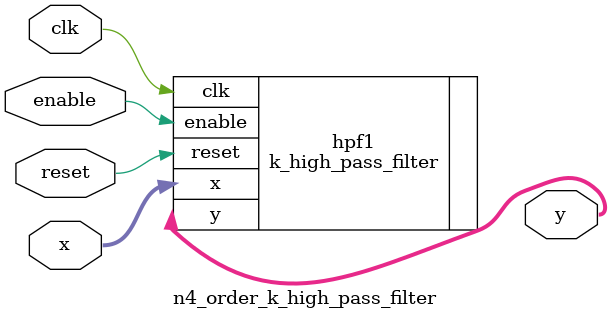
<source format=v>
`timescale 1ns/10ps
module n4_order_k_high_pass_filter(
	input wire clk,
	input wire reset, 
	input wire enable, 
	input wire signed [15:0] x,
    output wire signed [15:0] y
);

wire signed [15:0] w1, w2, w3;    

k_high_pass_filter hpf1(
                    .clk(clk),
                    .reset(reset),
                    .enable(enable),
                    .x(x),
                    .y(y)
                );

/*k_high_pass_filter hpf2(
                    .clk(clk),
                    .reset(reset),
                    .enable(enable),
                    .x(w1),
                    .y(w2)
                );

k_high_pass_filter hpf3(
                    .clk(clk),
                    .reset(reset),
                    .enable(enable),
                    .x(w2),
                    .y(w3)
                );

k_high_pass_filter hpf4(
                    .clk(clk),
                    .reset(reset),
                    .enable(enable),
                    .x(w3),
                    .y(y)
                );*/

endmodule
</source>
